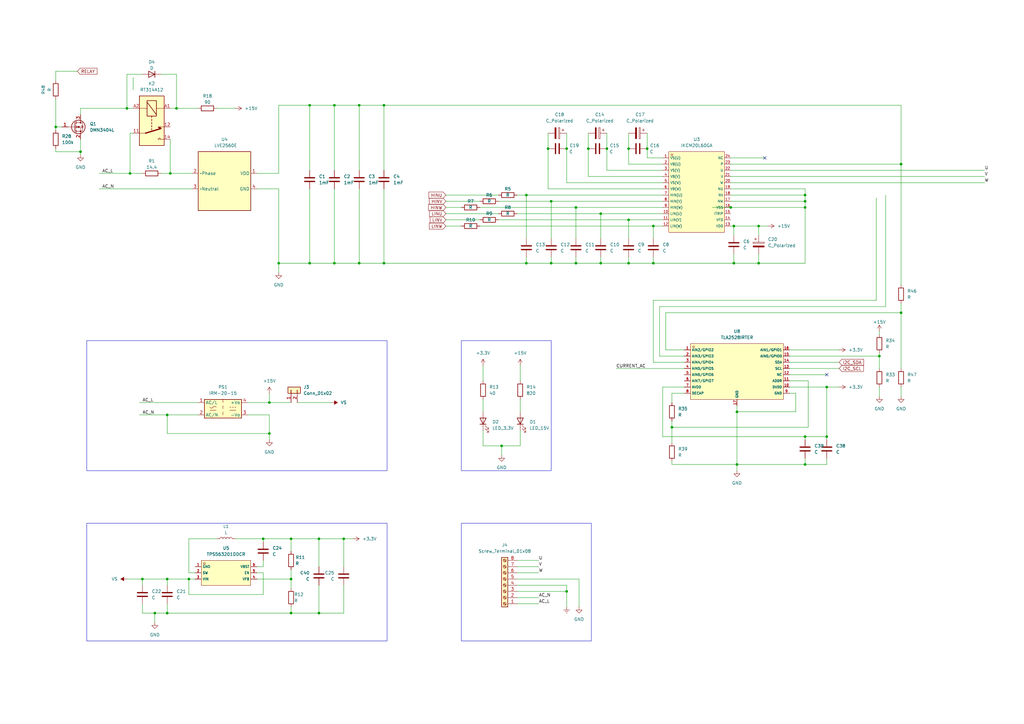
<source format=kicad_sch>
(kicad_sch (version 20230121) (generator eeschema)
  (paper "A3")
  (title_block (date "2023-11-04"))
  (lib_symbols
    (symbol "Connector:Screw_Terminal_01x08" (pin_names (offset 1.016) hide)
      (property "Reference" "J" (at 0 10.16 0))
      (property "Value" "Screw_Terminal_01x08" (at 0 -12.7 0))
      (symbol "Screw_Terminal_01x08_1_1"
        (rectangle (start -1.27 8.89) (end 1.27 -11.43) (stroke (width 0.254)) (fill (type background)))
        (circle (center 0 -10.16) (radius 0.635) (stroke (width 0.1524)))
        (circle (center 0 -7.62) (radius 0.635) (stroke (width 0.1524)))
        (circle (center 0 -5.08) (radius 0.635) (stroke (width 0.1524)))
        (circle (center 0 -2.54) (radius 0.635) (stroke (width 0.1524)))
        (polyline (pts (xy -0.5334 -9.8298) (xy 0.3302 -10.668)) (stroke (width 0.1524)))
        (polyline (pts (xy -0.5334 -7.2898) (xy 0.3302 -8.128)) (stroke (width 0.1524)))
        (polyline (pts (xy -0.5334 -4.7498) (xy 0.3302 -5.588)) (stroke (width 0.1524)))
        (polyline (pts (xy -0.5334 -2.2098) (xy 0.3302 -3.048)) (stroke (width 0.1524)))
        (polyline (pts (xy -0.5334 0.3302) (xy 0.3302 -0.508)) (stroke (width 0.1524)))
        (polyline (pts (xy -0.5334 2.8702) (xy 0.3302 2.032)) (stroke (width 0.1524)))
        (polyline (pts (xy -0.5334 5.4102) (xy 0.3302 4.572)) (stroke (width 0.1524)))
        (polyline (pts (xy -0.5334 7.9502) (xy 0.3302 7.112)) (stroke (width 0.1524)))
        (polyline (pts (xy -0.3556 -9.652) (xy 0.508 -10.4902)) (stroke (width 0.1524)))
        (polyline (pts (xy -0.3556 -7.112) (xy 0.508 -7.9502)) (stroke (width 0.1524)))
        (polyline (pts (xy -0.3556 -4.572) (xy 0.508 -5.4102)) (stroke (width 0.1524)))
        (polyline (pts (xy -0.3556 -2.032) (xy 0.508 -2.8702)) (stroke (width 0.1524)))
        (polyline (pts (xy -0.3556 0.508) (xy 0.508 -0.3302)) (stroke (width 0.1524)))
        (polyline (pts (xy -0.3556 3.048) (xy 0.508 2.2098)) (stroke (width 0.1524)))
        (polyline (pts (xy -0.3556 5.588) (xy 0.508 4.7498)) (stroke (width 0.1524)))
        (polyline (pts (xy -0.3556 8.128) (xy 0.508 7.2898)) (stroke (width 0.1524)))
        (circle (center 0 0) (radius 0.635) (stroke (width 0.1524)))
        (circle (center 0 2.54) (radius 0.635) (stroke (width 0.1524)))
        (circle (center 0 5.08) (radius 0.635) (stroke (width 0.1524)))
        (circle (center 0 7.62) (radius 0.635) (stroke (width 0.1524)))
        (pin passive line (at -5.08 7.62 0) (length 3.81) (name "Pin_1") (number "1"))
        (pin passive line (at -5.08 5.08 0) (length 3.81) (name "Pin_2") (number "2"))
        (pin passive line (at -5.08 2.54 0) (length 3.81) (name "Pin_3") (number "3"))
        (pin passive line (at -5.08 0 0) (length 3.81) (name "Pin_4") (number "4"))
        (pin passive line (at -5.08 -2.54 0) (length 3.81) (name "Pin_5") (number "5"))
        (pin passive line (at -5.08 -5.08 0) (length 3.81) (name "Pin_6") (number "6"))
        (pin passive line (at -5.08 -7.62 0) (length 3.81) (name "Pin_7") (number "7"))
        (pin passive line (at -5.08 -10.16 0) (length 3.81) (name "Pin_8") (number "8"))
      )
    )
    (symbol "Connector_Generic:Conn_01x02" (pin_names (offset 1.016) hide)
      (property "Reference" "J" (at 0 2.54 0))
      (property "Value" "Conn_01x02" (at 0 -5.08 0))
      (symbol "Conn_01x02_1_1"
        (rectangle (start -1.27 -2.413) (end 0 -2.667) (stroke (width 0.1524)))
        (rectangle (start -1.27 0.127) (end 0 -0.127) (stroke (width 0.1524)))
        (rectangle (start -1.27 1.27) (end 1.27 -3.81) (stroke (width 0.254)) (fill (type background)))
        (pin passive line (at -5.08 0 0) (length 3.81) (name "Pin_1") (number "1"))
        (pin passive line (at -5.08 -2.54 0) (length 3.81) (name "Pin_2") (number "2"))
      )
    )
    (symbol "Converter_ACDC:IRM-20-15"
      (property "Reference" "PS" (at 0 5.08 0))
      (property "Value" "IRM-20-15" (at 0 -5.08 0))
      (symbol "IRM-20-15_0_1"
        (rectangle (start -7.62 3.81) (end 7.62 -3.81) (stroke (width 0.254)) (fill (type background)))
        (arc (start -5.334 0.635) (mid -4.699 0.2495) (end -4.064 0.635))
        (arc (start -2.794 0.635) (mid -3.429 1.0072) (end -4.064 0.635))
        (polyline (pts (xy -5.334 -0.635) (xy -2.794 -0.635)))
        (polyline (pts (xy 0 -1.27) (xy 0 -2.54)))
        (polyline (pts (xy 0 1.27) (xy 0 0)))
        (polyline (pts (xy 0 3.81) (xy 0 2.54)))
        (polyline (pts (xy 2.794 -0.635) (xy 5.334 -0.635)))
        (polyline (pts (xy 2.794 0.635) (xy 3.302 0.635)))
        (polyline (pts (xy 3.81 0.635) (xy 4.318 0.635)))
        (polyline (pts (xy 4.826 0.635) (xy 5.334 0.635)))
      )
      (symbol "IRM-20-15_1_1"
        (pin power_in line (at -10.16 2.54 0) (length 2.54) (name "AC/L") (number "1"))
        (pin power_in line (at -10.16 -2.54 0) (length 2.54) (name "AC/N") (number "2"))
        (pin power_out line (at 10.16 -2.54 180) (length 2.54) (name "-Vo") (number "3"))
        (pin power_out line (at 10.16 2.54 180) (length 2.54) (name "+Vo") (number "4"))
      )
    )
    (symbol "Device:C" (pin_numbers hide) (pin_names (offset 0.254))
      (property "Reference" "C" (at 0.635 2.54 0))
      (property "Value" "C" (at 0.635 -2.54 0))
      (symbol "C_0_1"
        (polyline (pts (xy -2.032 -0.762) (xy 2.032 -0.762)) (stroke (width 0.508)))
        (polyline (pts (xy -2.032 0.762) (xy 2.032 0.762)) (stroke (width 0.508)))
      )
      (symbol "C_1_1"
        (pin passive line (at 0 3.81 270) (length 2.794) (name "~") (number "1"))
        (pin passive line (at 0 -3.81 90) (length 2.794) (name "~") (number "2"))
      )
    )
    (symbol "Device:C_Polarized" (pin_numbers hide) (pin_names (offset 0.254))
      (property "Reference" "C" (at 0.635 2.54 0))
      (property "Value" "C_Polarized" (at 0.635 -2.54 0))
      (symbol "C_Polarized_0_1"
        (rectangle (start -2.286 0.508) (end 2.286 1.016))
        (polyline (pts (xy -1.778 2.286) (xy -0.762 2.286)))
        (polyline (pts (xy -1.27 2.794) (xy -1.27 1.778)))
        (rectangle (start 2.286 -0.508) (end -2.286 -1.016) (fill (type outline)))
      )
      (symbol "C_Polarized_1_1"
        (pin passive line (at 0 3.81 270) (length 2.794) (name "~") (number "1"))
        (pin passive line (at 0 -3.81 90) (length 2.794) (name "~") (number "2"))
      )
    )
    (symbol "Device:D" (pin_numbers hide) (pin_names (offset 1.016) hide)
      (property "Reference" "D" (at 0 2.54 0))
      (property "Value" "D" (at 0 -2.54 0))
      (symbol "D_0_1"
        (polyline (pts (xy -1.27 1.27) (xy -1.27 -1.27)) (stroke (width 0.254)))
        (polyline (pts (xy 1.27 0) (xy -1.27 0)))
        (polyline (pts (xy 1.27 1.27) (xy 1.27 -1.27) (xy -1.27 0) (xy 1.27 1.27)) (stroke (width 0.254)))
      )
      (symbol "D_1_1"
        (pin passive line (at -3.81 0 0) (length 2.54) (name "K") (number "1"))
        (pin passive line (at 3.81 0 180) (length 2.54) (name "A") (number "2"))
      )
    )
    (symbol "Device:L" (pin_numbers hide) (pin_names (offset 1.016) hide)
      (property "Reference" "L" (at -1.27 0 90))
      (property "Value" "L" (at 1.905 0 90))
      (symbol "L_0_1"
        (arc (start 0 -2.54) (mid 0.6323 -1.905) (end 0 -1.27))
        (arc (start 0 -1.27) (mid 0.6323 -0.635) (end 0 0))
        (arc (start 0 0) (mid 0.6323 0.635) (end 0 1.27))
        (arc (start 0 1.27) (mid 0.6323 1.905) (end 0 2.54))
      )
      (symbol "L_1_1"
        (pin passive line (at 0 3.81 270) (length 1.27) (name "1") (number "1"))
        (pin passive line (at 0 -3.81 90) (length 1.27) (name "2") (number "2"))
      )
    )
    (symbol "Device:LED" (pin_numbers hide) (pin_names (offset 1.016) hide)
      (property "Reference" "D" (at 0 2.54 0))
      (property "Value" "LED" (at 0 -2.54 0))
      (symbol "LED_0_1"
        (polyline (pts (xy -1.27 -1.27) (xy -1.27 1.27)) (stroke (width 0.254)))
        (polyline (pts (xy -1.27 0) (xy 1.27 0)))
        (polyline (pts (xy 1.27 -1.27) (xy 1.27 1.27) (xy -1.27 0) (xy 1.27 -1.27)) (stroke (width 0.254)))
        (polyline (pts (xy -3.048 -0.762) (xy -4.572 -2.286) (xy -3.81 -2.286) (xy -4.572 -2.286) (xy -4.572 -1.524)))
        (polyline (pts (xy -1.778 -0.762) (xy -3.302 -2.286) (xy -2.54 -2.286) (xy -3.302 -2.286) (xy -3.302 -1.524)))
      )
      (symbol "LED_1_1"
        (pin passive line (at -3.81 0 0) (length 2.54) (name "K") (number "1"))
        (pin passive line (at 3.81 0 180) (length 2.54) (name "A") (number "2"))
      )
    )
    (symbol "Device:R" (pin_numbers hide) (pin_names (offset 0))
      (property "Reference" "R" (at 2.032 0 90))
      (property "Value" "R" (at 0 0 90))
      (symbol "R_0_1"
        (rectangle (start -1.016 -2.54) (end 1.016 2.54) (stroke (width 0.254)))
      )
      (symbol "R_1_1"
        (pin passive line (at 0 3.81 270) (length 1.27) (name "~") (number "1"))
        (pin passive line (at 0 -3.81 90) (length 1.27) (name "~") (number "2"))
      )
    )
    (symbol "IKCM20L60GA:IKCM20L60GA"
      (property "Reference" "U" (at 0 1.27 0))
      (property "Value" "IKCM20L60GA" (at 0 -2.54 0))
      (symbol "IKCM20L60GA_0_1"
        (rectangle (start -12.7 17.78) (end 10.16 -15.24) (fill (type background)))
        (circle (center -11.43 16.51) (radius 0.381) (fill (type background)))
        (pin unspecified line (at -15.24 15.24 0) (length 2.54) (name "VS(U)") (number "1"))
        (pin unspecified line (at -15.24 -7.62 0) (length 2.54) (name "LIN(U)") (number "10"))
        (pin unspecified line (at -15.24 -10.16 0) (length 2.54) (name "LIN(V)") (number "11"))
        (pin unspecified line (at -15.24 -12.7 0) (length 2.54) (name "LIN(W)") (number "12"))
        (pin unspecified line (at 12.7 -12.7 180) (length 2.54) (name "VDD") (number "13"))
        (pin unspecified line (at 12.7 -10.16 180) (length 2.54) (name "VFO") (number "14"))
        (pin unspecified line (at 12.7 -7.62 180) (length 2.54) (name "ITRIP") (number "15"))
        (pin unspecified line (at 12.7 -5.08 180) (length 2.54) (name "VSS") (number "16"))
        (pin unspecified line (at 12.7 -2.54 180) (length 2.54) (name "NW") (number "17"))
        (pin unspecified line (at 12.7 0 180) (length 2.54) (name "NV") (number "18"))
        (pin unspecified line (at 12.7 2.54 180) (length 2.54) (name "NU") (number "19"))
        (pin unspecified line (at -15.24 12.7 0) (length 2.54) (name "VB(U)") (number "2"))
        (pin unspecified line (at 12.7 5.08 180) (length 2.54) (name "W") (number "20"))
        (pin unspecified line (at 12.7 7.62 180) (length 2.54) (name "V") (number "21"))
        (pin unspecified line (at 12.7 10.16 180) (length 2.54) (name "U") (number "22"))
        (pin unspecified line (at 12.7 12.7 180) (length 2.54) (name "P") (number "23"))
        (pin unspecified line (at 12.7 15.24 180) (length 2.54) (name "NC") (number "24"))
        (pin unspecified line (at -15.24 10.16 0) (length 2.54) (name "VS(V)") (number "3"))
        (pin unspecified line (at -15.24 7.62 0) (length 2.54) (name "VB(V)") (number "4"))
        (pin unspecified line (at -15.24 5.08 0) (length 2.54) (name "VS(W)") (number "5"))
        (pin unspecified line (at -15.24 2.54 0) (length 2.54) (name "VB(W)") (number "6"))
        (pin unspecified line (at -15.24 0 0) (length 2.54) (name "HIN(U)") (number "7"))
        (pin unspecified line (at -15.24 -2.54 0) (length 2.54) (name "HIN(V)") (number "8"))
        (pin unspecified line (at -15.24 -5.08 0) (length 2.54) (name "HIN(W)") (number "9"))
      )
    )
    (symbol "LVE2560E:LVE2560E"
      (property "Reference" "U" (at 11.43 12.7 0))
      (property "Value" " LVE2560E" (at 3.81 -1.27 0))
      (symbol "LVE2560E_0_1"
        (rectangle (start 0 24.13) (end 21.59 0) (stroke (width 0.254)) (fill (type background)))
      )
      (symbol "LVE2560E_1_1"
        (pin power_out line (at 24.13 15.24 180) (length 2.54) (name "VDD") (number "1"))
        (pin power_in line (at -2.54 15.24 0) (length 2.54) (name "~Phase") (number "2"))
        (pin power_in line (at -2.54 8.89 0) (length 2.54) (name "~Neutral") (number "3"))
        (pin power_out line (at 24.13 8.89 180) (length 2.54) (name "GND") (number "4"))
      )
    )
    (symbol "Relay:RT314A12"
      (property "Reference" "K" (at 11.43 3.81 0))
      (property "Value" "RT314A12" (at 11.43 1.27 0))
      (symbol "RT314A12_0_0"
        (polyline (pts (xy -2.54 1.905) (xy -7.62 -1.905)) (stroke (width 0.254)))
      )
      (symbol "RT314A12_0_1"
        (rectangle (start -10.16 5.08) (end 10.16 -5.08) (stroke (width 0.254)) (fill (type background)))
        (rectangle (start -8.255 1.905) (end -1.905 -1.905) (stroke (width 0.254)))
        (polyline (pts (xy -5.08 -5.08) (xy -5.08 -1.905)))
        (polyline (pts (xy -5.08 5.08) (xy -5.08 1.905)))
        (polyline (pts (xy -1.905 0) (xy -1.27 0)) (stroke (width 0.254)))
        (polyline (pts (xy -0.635 0) (xy 0 0)) (stroke (width 0.254)))
        (polyline (pts (xy 0.635 0) (xy 1.27 0)) (stroke (width 0.254)))
        (polyline (pts (xy 1.905 0) (xy 2.54 0)) (stroke (width 0.254)))
        (polyline (pts (xy 3.175 0) (xy 3.81 0)) (stroke (width 0.254)))
        (polyline (pts (xy 5.08 -2.54) (xy 3.175 3.81)) (stroke (width 0.508)))
        (polyline (pts (xy 5.08 -2.54) (xy 5.08 -5.08)))
        (polyline (pts (xy 2.54 5.08) (xy 2.54 2.54) (xy 3.175 3.175) (xy 2.54 3.81)) (fill (type outline)))
        (polyline (pts (xy 7.62 5.08) (xy 7.62 2.54) (xy 6.985 3.175) (xy 7.62 3.81)))
      )
      (symbol "RT314A12_1_1"
        (pin passive line (at 5.08 -7.62 90) (length 2.54) (name "~") (number "11"))
        (pin passive line (at 2.54 7.62 270) (length 2.54) (name "~") (number "12"))
        (pin passive line (at 7.62 7.62 270) (length 2.54) (name "~") (number "14"))
        (pin passive line (at -5.08 7.62 270) (length 2.54) (name "~") (number "A1"))
        (pin passive line (at -5.08 -7.62 90) (length 2.54) (name "~") (number "A2"))
      )
    )
    (symbol "TLA2528IRTER:TLA2528IRTER"
      (property "Reference" "U" (at 0 1.27 0))
      (property "Value" "TLA2528IRTER" (at 0 -2.54 0))
      (symbol "TLA2528IRTER_0_1"
        (rectangle (start -19.05 12.7) (end 19.05 -10.16) (fill (type background)))
        (circle (center -17.78 11.43) (radius 0.381) (fill (type background)))
        (pin unspecified line (at -21.59 10.16 0) (length 2.54) (name "AIN2/GPIO2") (number "1"))
        (pin unspecified line (at 21.59 -5.08 180) (length 2.54) (name "DVDD") (number "10"))
        (pin unspecified line (at 21.59 -2.54 180) (length 2.54) (name "ADDR") (number "11"))
        (pin unspecified line (at 21.59 0 180) (length 2.54) (name "NC") (number "12"))
        (pin unspecified line (at 21.59 2.54 180) (length 2.54) (name "SCL") (number "13"))
        (pin unspecified line (at 21.59 5.08 180) (length 2.54) (name "SDA") (number "14"))
        (pin unspecified line (at 21.59 7.62 180) (length 2.54) (name "AIN0/GPIO0") (number "15"))
        (pin unspecified line (at 21.59 10.16 180) (length 2.54) (name "AIN1/GPIO1") (number "16"))
        (pin unspecified line (at 0 -12.7 90) (length 2.54) (name "GND") (number "17"))
        (pin unspecified line (at -21.59 7.62 0) (length 2.54) (name "AIN3/GPIO3") (number "2"))
        (pin unspecified line (at -21.59 5.08 0) (length 2.54) (name "AIN4/GPIO4") (number "3"))
        (pin unspecified line (at -21.59 2.54 0) (length 2.54) (name "AIN5/GPIO5") (number "4"))
        (pin unspecified line (at -21.59 0 0) (length 2.54) (name "AIN6/GPIO6") (number "5"))
        (pin unspecified line (at -21.59 -2.54 0) (length 2.54) (name "AIN7/GPIO7") (number "6"))
        (pin unspecified line (at -21.59 -5.08 0) (length 2.54) (name "AVDD") (number "7"))
        (pin unspecified line (at -21.59 -7.62 0) (length 2.54) (name "DECAP") (number "8"))
        (pin unspecified line (at 21.59 -7.62 180) (length 2.54) (name "GND") (number "9"))
      )
    )
    (symbol "TPS563201DDCR:TPS563201DDCR"
      (property "Reference" "U" (at 0 1.27 0))
      (property "Value" "TPS563201DDCR" (at 0 -2.54 0))
      (symbol "TPS563201DDCR_0_1"
        (rectangle (start -10.16 5.08) (end 10.16 -5.08) (fill (type background)))
        (circle (center -8.89 3.81) (radius 0.381) (fill (type background)))
        (pin unspecified line (at -12.7 2.54 0) (length 2.54) (name "GND") (number "1"))
        (pin unspecified line (at -12.7 0 0) (length 2.54) (name "SW") (number "2"))
        (pin unspecified line (at -12.7 -2.54 0) (length 2.54) (name "VIN") (number "3"))
        (pin unspecified line (at 12.7 -2.54 180) (length 2.54) (name "VFB") (number "4"))
        (pin unspecified line (at 12.7 0 180) (length 2.54) (name "EN") (number "5"))
        (pin unspecified line (at 12.7 2.54 180) (length 2.54) (name "VBST") (number "6"))
      )
    )
    (symbol "Transistor_FET:DMN3404L" (pin_names hide)
      (property "Reference" "Q" (at 5.08 1.905 0))
      (property "Value" "DMN3404L" (at 5.08 0 0))
      (symbol "DMN3404L_0_1"
        (polyline (pts (xy 0.254 0) (xy -2.54 0)))
        (polyline (pts (xy 0.254 1.905) (xy 0.254 -1.905)) (stroke (width 0.254)))
        (polyline (pts (xy 0.762 -1.27) (xy 0.762 -2.286)) (stroke (width 0.254)))
        (polyline (pts (xy 0.762 0.508) (xy 0.762 -0.508)) (stroke (width 0.254)))
        (polyline (pts (xy 0.762 2.286) (xy 0.762 1.27)) (stroke (width 0.254)))
        (polyline (pts (xy 2.54 2.54) (xy 2.54 1.778)))
        (polyline (pts (xy 2.54 -2.54) (xy 2.54 0) (xy 0.762 0)))
        (polyline (pts (xy 0.762 -1.778) (xy 3.302 -1.778) (xy 3.302 1.778) (xy 0.762 1.778)))
        (polyline (pts (xy 1.016 0) (xy 2.032 0.381) (xy 2.032 -0.381) (xy 1.016 0)) (fill (type outline)))
        (polyline (pts (xy 2.794 0.508) (xy 2.921 0.381) (xy 3.683 0.381) (xy 3.81 0.254)))
        (polyline (pts (xy 3.302 0.381) (xy 2.921 -0.254) (xy 3.683 -0.254) (xy 3.302 0.381)))
        (circle (center 1.651 0) (radius 2.794) (stroke (width 0.254)))
        (circle (center 2.54 -1.778) (radius 0.254) (fill (type outline)))
        (circle (center 2.54 1.778) (radius 0.254) (fill (type outline)))
      )
      (symbol "DMN3404L_1_1"
        (pin input line (at -5.08 0 0) (length 2.54) (name "G") (number "1"))
        (pin passive line (at 2.54 -5.08 90) (length 2.54) (name "S") (number "2"))
        (pin passive line (at 2.54 5.08 270) (length 2.54) (name "D") (number "3"))
      )
    )
    (symbol "power:+15V" (power) (pin_names (offset 0))
      (property "Value" "+15V" (at 0 3.556 0))
      (symbol "+15V_0_1"
        (polyline (pts (xy -0.762 1.27) (xy 0 2.54)))
        (polyline (pts (xy 0 0) (xy 0 2.54)))
        (polyline (pts (xy 0 2.54) (xy 0.762 1.27)))
      )
      (symbol "+15V_1_1"
        (pin power_in line (at 0 0 90) (length 0) hide (name "+15V") (number "1"))
      )
    )
    (symbol "power:+3.3V" (power) (pin_names (offset 0))
      (property "Value" "+3.3V" (at 0 3.556 0))
      (symbol "+3.3V_0_1"
        (polyline (pts (xy -0.762 1.27) (xy 0 2.54)))
        (polyline (pts (xy 0 0) (xy 0 2.54)))
        (polyline (pts (xy 0 2.54) (xy 0.762 1.27)))
      )
      (symbol "+3.3V_1_1"
        (pin power_in line (at 0 0 90) (length 0) hide (name "+3.3V") (number "1"))
      )
    )
    (symbol "power:Earth" (power) (pin_names (offset 0))
      (symbol "Earth_0_1"
        (polyline (pts (xy -0.635 -1.905) (xy 0.635 -1.905)))
        (polyline (pts (xy -0.127 -2.54) (xy 0.127 -2.54)))
        (polyline (pts (xy 0 -1.27) (xy 0 0)))
        (polyline (pts (xy 1.27 -1.27) (xy -1.27 -1.27)))
      )
      (symbol "Earth_1_1"
        (pin power_in line (at 0 0 270) (length 0) hide (name "Earth") (number "1"))
      )
    )
    (symbol "power:GND" (power) (pin_names (offset 0))
      (property "Value" "GND" (at 0 -3.81 0))
      (symbol "GND_0_1"
        (polyline (pts (xy 0 0) (xy 0 -1.27) (xy 1.27 -1.27) (xy 0 -2.54) (xy -1.27 -1.27) (xy 0 -1.27)))
      )
      (symbol "GND_1_1"
        (pin power_in line (at 0 0 270) (length 0) hide (name "GND") (number "1"))
      )
    )
    (symbol "power:VS" (power) (pin_names (offset 0))
      (property "Value" "VS" (at 0 3.81 0))
      (symbol "VS_0_1"
        (polyline (pts (xy 0 0) (xy 0 2.54)))
        (polyline (pts (xy 0.762 1.27) (xy -0.762 1.27) (xy 0 2.54) (xy 0.762 1.27)) (fill (type outline)))
      )
      (symbol "VS_1_1"
        (pin power_in line (at 0 0 90) (length 0) hide (name "VS") (number "1"))
      )
    )
  )
  (junction (at 22.86 52.07))
  (junction (at 300.99 107.95))
  (junction (at 311.15 92.71))
  (junction (at 107.95 220.98))
  (junction (at 157.48 107.95))
  (junction (at 114.3 107.95))
  (junction (at 241.3 60.96))
  (junction (at 330.2 82.55))
  (junction (at 119.38 237.49))
  (junction (at 339.09 158.75))
  (junction (at 232.41 60.96))
  (junction (at 267.97 92.71))
  (junction (at 299.72 85.09))
  (junction (at 226.06 107.95))
  (junction (at 330.2 80.01))
  (junction (at 130.81 220.98))
  (junction (at 130.81 251.46))
  (junction (at 257.81 107.95))
  (junction (at 72.39 44.45))
  (junction (at 236.22 85.09))
  (junction (at 77.47 237.49))
  (junction (at 68.58 170.18))
  (junction (at 226.06 82.55))
  (junction (at 330.2 179.07))
  (junction (at 140.97 220.98))
  (junction (at 224.79 60.96))
  (junction (at 157.48 43.18))
  (junction (at 257.81 60.96))
  (junction (at 267.97 107.95))
  (junction (at 339.09 179.07))
  (junction (at 147.32 43.18))
  (junction (at 68.58 251.46))
  (junction (at 369.57 67.31))
  (junction (at 246.38 87.63))
  (junction (at 119.38 220.98))
  (junction (at 302.26 168.91))
  (junction (at 68.58 237.49))
  (junction (at 137.16 43.18))
  (junction (at 330.2 190.5))
  (junction (at 127 107.95))
  (junction (at 369.57 128.27))
  (junction (at 311.15 107.95))
  (junction (at 52.07 44.45))
  (junction (at 257.81 90.17))
  (junction (at 58.42 237.49))
  (junction (at 248.92 60.96))
  (junction (at 110.49 165.1))
  (junction (at 300.99 92.71))
  (junction (at 236.22 107.95))
  (junction (at 147.32 107.95))
  (junction (at 302.26 190.5))
  (junction (at 33.02 62.23))
  (junction (at 246.38 107.95))
  (junction (at 110.49 177.8))
  (junction (at 275.59 175.26))
  (junction (at 215.9 107.95))
  (junction (at 205.74 182.88))
  (junction (at 137.16 107.95))
  (junction (at 232.41 242.57))
  (junction (at 119.38 251.46))
  (junction (at 63.5 251.46))
  (junction (at 53.34 71.12))
  (junction (at 127 43.18))
  (junction (at 215.9 80.01))
  (junction (at 330.2 85.09))
  (junction (at 360.68 146.05))
  (junction (at 69.85 71.12))
  (junction (at 265.43 60.96))
  (no_connect (at 339.09 153.67))
  (no_connect (at 313.69 64.77))
  (wire (pts (xy 323.85 153.67) (xy 339.09 153.67)))
  (wire (pts (xy 236.22 105.41) (xy 236.22 107.95)))
  (wire (pts (xy 330.2 179.07) (xy 330.2 180.34)))
  (wire (pts (xy 88.9 44.45) (xy 96.52 44.45)))
  (wire (pts (xy 119.38 220.98) (xy 119.38 226.06)))
  (wire (pts (xy 299.72 74.93) (xy 403.86 74.93)))
  (wire (pts (xy 54.61 36.83) (xy 54.61 31.75)))
  (wire (pts (xy 130.81 240.03) (xy 130.81 251.46)))
  (wire (pts (xy 215.9 80.01) (xy 271.78 80.01)))
  (wire (pts (xy 119.38 251.46) (xy 119.38 248.92)))
  (wire (pts (xy 311.15 104.14) (xy 311.15 107.95)))
  (wire (pts (xy 22.86 52.07) (xy 25.4 52.07)))
  (wire (pts (xy 360.68 158.75) (xy 360.68 162.56)))
  (wire (pts (xy 137.16 77.47) (xy 137.16 107.95)))
  (wire (pts (xy 22.86 29.21) (xy 31.75 29.21)))
  (wire (pts (xy 330.2 85.09) (xy 330.2 82.55)))
  (wire (pts (xy 246.38 107.95) (xy 257.81 107.95)))
  (wire (pts (xy 157.48 77.47) (xy 157.48 107.95)))
  (wire (pts (xy 267.97 105.41) (xy 267.97 107.95)))
  (wire (pts (xy 58.42 240.03) (xy 58.42 237.49)))
  (wire (pts (xy 137.16 43.18) (xy 147.32 43.18)))
  (wire (pts (xy 22.86 40.64) (xy 22.86 52.07)))
  (wire (pts (xy 182.88 92.71) (xy 189.23 92.71)))
  (wire (pts (xy 63.5 251.46) (xy 63.5 255.27)))
  (wire (pts (xy 299.72 67.31) (xy 369.57 67.31)))
  (wire (pts (xy 275.59 175.26) (xy 331.47 175.26)))
  (wire (pts (xy 212.09 87.63) (xy 246.38 87.63)))
  (wire (pts (xy 280.67 146.05) (xy 270.51 146.05)))
  (wire (pts (xy 147.32 77.47) (xy 147.32 107.95)))
  (wire (pts (xy 119.38 251.46) (xy 130.81 251.46)))
  (wire (pts (xy 300.99 107.95) (xy 311.15 107.95)))
  (wire (pts (xy 267.97 123.19) (xy 359.41 123.19)))
  (wire (pts (xy 302.26 190.5) (xy 330.2 190.5)))
  (wire (pts (xy 275.59 165.1) (xy 275.59 161.29)))
  (wire (pts (xy 314.96 92.71) (xy 311.15 92.71)))
  (wire (pts (xy 114.3 111.76) (xy 114.3 107.95)))
  (wire (pts (xy 237.49 237.49) (xy 237.49 248.92)))
  (wire (pts (xy 330.2 85.09) (xy 330.2 107.95)))
  (wire (pts (xy 157.48 43.18) (xy 157.48 69.85)))
  (wire (pts (xy 330.2 82.55) (xy 330.2 80.01)))
  (wire (pts (xy 182.88 90.17) (xy 196.85 90.17)))
  (wire (pts (xy 107.95 220.98) (xy 119.38 220.98)))
  (wire (pts (xy 300.99 92.71) (xy 300.99 96.52)))
  (wire (pts (xy 127 43.18) (xy 127 69.85)))
  (wire (pts (xy 257.81 67.31) (xy 271.78 67.31)))
  (wire (pts (xy 360.68 146.05) (xy 360.68 151.13)))
  (wire (pts (xy 265.43 60.96) (xy 265.43 64.77)))
  (wire (pts (xy 130.81 220.98) (xy 140.97 220.98)))
  (wire (pts (xy 105.41 232.41) (xy 107.95 232.41)))
  (wire (pts (xy 22.86 33.02) (xy 22.86 29.21)))
  (wire (pts (xy 300.99 104.14) (xy 300.99 107.95)))
  (wire (pts (xy 107.95 243.84) (xy 107.95 234.95)))
  (wire (pts (xy 300.99 92.71) (xy 311.15 92.71)))
  (wire (pts (xy 107.95 232.41) (xy 107.95 229.87)))
  (wire (pts (xy 241.3 54.61) (xy 241.3 60.96)))
  (wire (pts (xy 302.26 168.91) (xy 302.26 190.5)))
  (wire (pts (xy 53.34 71.12) (xy 58.42 71.12)))
  (wire (pts (xy 110.49 161.29) (xy 110.49 165.1)))
  (wire (pts (xy 241.3 60.96) (xy 241.3 72.39)))
  (wire (pts (xy 77.47 237.49) (xy 80.01 237.49)))
  (wire (pts (xy 22.86 62.23) (xy 22.86 60.96)))
  (wire (pts (xy 267.97 107.95) (xy 300.99 107.95)))
  (wire (pts (xy 360.68 135.89) (xy 360.68 137.16)))
  (wire (pts (xy 271.78 74.93) (xy 232.41 74.93)))
  (wire (pts (xy 110.49 165.1) (xy 101.6 165.1)))
  (wire (pts (xy 33.02 57.15) (xy 33.02 62.23)))
  (wire (pts (xy 77.47 237.49) (xy 77.47 243.84)))
  (wire (pts (xy 212.09 247.65) (xy 220.98 247.65)))
  (wire (pts (xy 130.81 220.98) (xy 130.81 232.41)))
  (wire (pts (xy 339.09 158.75) (xy 344.17 158.75)))
  (wire (pts (xy 339.09 179.07) (xy 339.09 158.75)))
  (wire (pts (xy 267.97 92.71) (xy 271.78 92.71)))
  (wire (pts (xy 212.09 237.49) (xy 237.49 237.49)))
  (wire (pts (xy 299.72 80.01) (xy 330.2 80.01)))
  (wire (pts (xy 299.72 77.47) (xy 330.2 77.47)))
  (wire (pts (xy 257.81 60.96) (xy 257.81 54.61)))
  (wire (pts (xy 72.39 44.45) (xy 81.28 44.45)))
  (wire (pts (xy 182.88 87.63) (xy 204.47 87.63)))
  (wire (pts (xy 330.2 80.01) (xy 330.2 77.47)))
  (wire (pts (xy 299.72 92.71) (xy 300.99 92.71)))
  (wire (pts (xy 212.09 232.41) (xy 220.98 232.41)))
  (wire (pts (xy 137.16 43.18) (xy 137.16 69.85)))
  (wire (pts (xy 52.07 44.45) (xy 33.02 44.45)))
  (wire (pts (xy 232.41 60.96) (xy 232.41 54.61)))
  (wire (pts (xy 40.64 71.12) (xy 53.34 71.12)))
  (wire (pts (xy 323.85 158.75) (xy 339.09 158.75)))
  (wire (pts (xy 205.74 182.88) (xy 213.36 182.88)))
  (wire (pts (xy 110.49 170.18) (xy 101.6 170.18)))
  (wire (pts (xy 157.48 107.95) (xy 215.9 107.95)))
  (wire (pts (xy 257.81 90.17) (xy 271.78 90.17)))
  (wire (pts (xy 226.06 105.41) (xy 226.06 107.95)))
  (wire (pts (xy 204.47 82.55) (xy 226.06 82.55)))
  (wire (pts (xy 326.39 161.29) (xy 326.39 168.91)))
  (wire (pts (xy 232.41 242.57) (xy 232.41 240.03)))
  (wire (pts (xy 68.58 251.46) (xy 119.38 251.46)))
  (wire (pts (xy 107.95 222.25) (xy 107.95 220.98)))
  (wire (pts (xy 323.85 148.59) (xy 344.17 148.59)))
  (wire (pts (xy 52.07 44.45) (xy 52.07 30.48)))
  (wire (pts (xy 236.22 85.09) (xy 236.22 97.79)))
  (wire (pts (xy 212.09 234.95) (xy 220.98 234.95)))
  (wire (pts (xy 330.2 179.07) (xy 339.09 179.07)))
  (wire (pts (xy 267.97 148.59) (xy 267.97 123.19)))
  (wire (pts (xy 224.79 60.96) (xy 224.79 54.61)))
  (wire (pts (xy 114.3 43.18) (xy 127 43.18)))
  (wire (pts (xy 330.2 187.96) (xy 330.2 190.5)))
  (wire (pts (xy 360.68 144.78) (xy 360.68 146.05)))
  (wire (pts (xy 182.88 85.09) (xy 189.23 85.09)))
  (wire (pts (xy 114.3 71.12) (xy 105.41 71.12)))
  (wire (pts (xy 58.42 251.46) (xy 63.5 251.46)))
  (wire (pts (xy 323.85 151.13) (xy 344.17 151.13)))
  (wire (pts (xy 232.41 74.93) (xy 232.41 60.96)))
  (wire (pts (xy 119.38 233.68) (xy 119.38 237.49)))
  (wire (pts (xy 213.36 182.88) (xy 213.36 176.53)))
  (wire (pts (xy 147.32 107.95) (xy 157.48 107.95)))
  (wire (pts (xy 147.32 43.18) (xy 147.32 69.85)))
  (wire (pts (xy 302.26 166.37) (xy 302.26 168.91)))
  (wire (pts (xy 339.09 190.5) (xy 330.2 190.5)))
  (wire (pts (xy 40.64 77.47) (xy 78.74 77.47)))
  (wire (pts (xy 198.12 176.53) (xy 198.12 182.88)))
  (wire (pts (xy 265.43 54.61) (xy 265.43 60.96)))
  (wire (pts (xy 96.52 220.98) (xy 107.95 220.98)))
  (wire (pts (xy 302.26 193.04) (xy 302.26 190.5)))
  (wire (pts (xy 271.78 179.07) (xy 330.2 179.07)))
  (wire (pts (xy 369.57 128.27) (xy 369.57 124.46)))
  (wire (pts (xy 224.79 77.47) (xy 224.79 60.96)))
  (wire (pts (xy 69.85 57.15) (xy 69.85 71.12)))
  (wire (pts (xy 33.02 62.23) (xy 33.02 63.5)))
  (wire (pts (xy 273.05 143.51) (xy 280.67 143.51)))
  (wire (pts (xy 257.81 107.95) (xy 267.97 107.95)))
  (wire (pts (xy 212.09 229.87) (xy 220.98 229.87)))
  (wire (pts (xy 273.05 128.27) (xy 273.05 143.51)))
  (wire (pts (xy 58.42 251.46) (xy 58.42 247.65)))
  (wire (pts (xy 299.72 72.39) (xy 403.86 72.39)))
  (wire (pts (xy 140.97 251.46) (xy 140.97 240.03)))
  (wire (pts (xy 280.67 148.59) (xy 267.97 148.59)))
  (wire (pts (xy 359.41 81.28) (xy 359.41 123.19)))
  (wire (pts (xy 119.38 220.98) (xy 130.81 220.98)))
  (wire (pts (xy 299.72 82.55) (xy 330.2 82.55)))
  (wire (pts (xy 110.49 177.8) (xy 110.49 180.34)))
  (wire (pts (xy 68.58 251.46) (xy 68.58 247.65)))
  (wire (pts (xy 52.07 237.49) (xy 58.42 237.49)))
  (wire (pts (xy 198.12 182.88) (xy 205.74 182.88)))
  (wire (pts (xy 267.97 92.71) (xy 267.97 97.79)))
  (wire (pts (xy 212.09 240.03) (xy 232.41 240.03)))
  (wire (pts (xy 215.9 80.01) (xy 215.9 97.79)))
  (wire (pts (xy 114.3 77.47) (xy 114.3 107.95)))
  (wire (pts (xy 248.92 69.85) (xy 271.78 69.85)))
  (wire (pts (xy 77.47 234.95) (xy 80.01 234.95)))
  (wire (pts (xy 157.48 43.18) (xy 369.57 43.18)))
  (wire (pts (xy 204.47 90.17) (xy 257.81 90.17)))
  (wire (pts (xy 212.09 245.11) (xy 220.98 245.11)))
  (wire (pts (xy 369.57 158.75) (xy 369.57 162.56)))
  (wire (pts (xy 236.22 85.09) (xy 271.78 85.09)))
  (wire (pts (xy 58.42 237.49) (xy 68.58 237.49)))
  (wire (pts (xy 127 43.18) (xy 137.16 43.18)))
  (wire (pts (xy 33.02 44.45) (xy 33.02 46.99)))
  (wire (pts (xy 52.07 44.45) (xy 54.61 44.45)))
  (wire (pts (xy 331.47 156.21) (xy 331.47 175.26)))
  (wire (pts (xy 265.43 64.77) (xy 271.78 64.77)))
  (wire (pts (xy 271.78 158.75) (xy 271.78 179.07)))
  (wire (pts (xy 68.58 177.8) (xy 110.49 177.8)))
  (wire (pts (xy 257.81 67.31) (xy 257.81 60.96)))
  (wire (pts (xy 257.81 105.41) (xy 257.81 107.95)))
  (wire (pts (xy 232.41 248.92) (xy 232.41 242.57)))
  (wire (pts (xy 339.09 179.07) (xy 339.09 180.34)))
  (wire (pts (xy 22.86 52.07) (xy 22.86 53.34)))
  (wire (pts (xy 292.1 85.09) (xy 299.72 85.09)))
  (wire (pts (xy 196.85 92.71) (xy 267.97 92.71)))
  (wire (pts (xy 63.5 251.46) (xy 68.58 251.46)))
  (wire (pts (xy 302.26 168.91) (xy 326.39 168.91)))
  (wire (pts (xy 246.38 87.63) (xy 246.38 97.79)))
  (wire (pts (xy 198.12 163.83) (xy 198.12 168.91)))
  (wire (pts (xy 121.92 165.1) (xy 135.89 165.1)))
  (wire (pts (xy 52.07 30.48) (xy 58.42 30.48)))
  (wire (pts (xy 77.47 234.95) (xy 77.47 220.98)))
  (wire (pts (xy 246.38 105.41) (xy 246.38 107.95)))
  (wire (pts (xy 22.86 62.23) (xy 33.02 62.23)))
  (wire (pts (xy 226.06 82.55) (xy 271.78 82.55)))
  (wire (pts (xy 68.58 170.18) (xy 68.58 177.8)))
  (wire (pts (xy 215.9 107.95) (xy 226.06 107.95)))
  (wire (pts (xy 110.49 177.8) (xy 110.49 170.18)))
  (wire (pts (xy 130.81 251.46) (xy 140.97 251.46)))
  (wire (pts (xy 119.38 241.3) (xy 119.38 237.49)))
  (wire (pts (xy 369.57 43.18) (xy 369.57 67.31)))
  (wire (pts (xy 182.88 82.55) (xy 196.85 82.55)))
  (wire (pts (xy 81.28 170.18) (xy 68.58 170.18)))
  (wire (pts (xy 323.85 156.21) (xy 331.47 156.21)))
  (wire (pts (xy 226.06 107.95) (xy 236.22 107.95)))
  (wire (pts (xy 369.57 128.27) (xy 369.57 151.13)))
  (wire (pts (xy 53.34 54.61) (xy 54.61 54.61)))
  (wire (pts (xy 107.95 234.95) (xy 105.41 234.95)))
  (wire (pts (xy 137.16 107.95) (xy 147.32 107.95)))
  (wire (pts (xy 257.81 90.17) (xy 257.81 97.79)))
  (wire (pts (xy 57.15 165.1) (xy 81.28 165.1)))
  (wire (pts (xy 323.85 146.05) (xy 360.68 146.05)))
  (wire (pts (xy 248.92 60.96) (xy 248.92 69.85)))
  (wire (pts (xy 311.15 107.95) (xy 330.2 107.95)))
  (wire (pts (xy 69.85 44.45) (xy 72.39 44.45)))
  (wire (pts (xy 339.09 190.5) (xy 339.09 187.96)))
  (wire (pts (xy 213.36 149.86) (xy 213.36 156.21)))
  (wire (pts (xy 66.04 71.12) (xy 69.85 71.12)))
  (wire (pts (xy 140.97 220.98) (xy 140.97 232.41)))
  (wire (pts (xy 127 77.47) (xy 127 107.95)))
  (wire (pts (xy 248.92 54.61) (xy 248.92 60.96)))
  (wire (pts (xy 72.39 30.48) (xy 72.39 44.45)))
  (wire (pts (xy 205.74 182.88) (xy 205.74 186.69)))
  (wire (pts (xy 110.49 165.1) (xy 119.38 165.1)))
  (wire (pts (xy 363.22 80.01) (xy 363.22 125.73)))
  (wire (pts (xy 275.59 175.26) (xy 275.59 172.72)))
  (wire (pts (xy 114.3 77.47) (xy 105.41 77.47)))
  (wire (pts (xy 196.85 85.09) (xy 236.22 85.09)))
  (wire (pts (xy 140.97 220.98) (xy 144.78 220.98)))
  (wire (pts (xy 280.67 158.75) (xy 271.78 158.75)))
  (wire (pts (xy 236.22 107.95) (xy 246.38 107.95)))
  (wire (pts (xy 215.9 105.41) (xy 215.9 107.95)))
  (wire (pts (xy 270.51 146.05) (xy 270.51 125.73)))
  (wire (pts (xy 77.47 220.98) (xy 88.9 220.98)))
  (wire (pts (xy 147.32 43.18) (xy 157.48 43.18)))
  (wire (pts (xy 275.59 181.61) (xy 275.59 175.26)))
  (wire (pts (xy 246.38 87.63) (xy 271.78 87.63)))
  (wire (pts (xy 299.72 69.85) (xy 403.86 69.85)))
  (wire (pts (xy 105.41 237.49) (xy 119.38 237.49)))
  (wire (pts (xy 241.3 72.39) (xy 271.78 72.39)))
  (wire (pts (xy 198.12 149.86) (xy 198.12 156.21)))
  (wire (pts (xy 213.36 163.83) (xy 213.36 168.91)))
  (wire (pts (xy 271.78 77.47) (xy 224.79 77.47)))
  (wire (pts (xy 68.58 240.03) (xy 68.58 237.49)))
  (wire (pts (xy 212.09 80.01) (xy 215.9 80.01)))
  (wire (pts (xy 69.85 71.12) (xy 78.74 71.12)))
  (wire (pts (xy 323.85 161.29) (xy 326.39 161.29)))
  (wire (pts (xy 66.04 30.48) (xy 72.39 30.48)))
  (wire (pts (xy 299.72 85.09) (xy 330.2 85.09)))
  (wire (pts (xy 182.88 80.01) (xy 204.47 80.01)))
  (wire (pts (xy 127 107.95) (xy 137.16 107.95)))
  (wire (pts (xy 369.57 116.84) (xy 369.57 67.31)))
  (wire (pts (xy 68.58 237.49) (xy 77.47 237.49)))
  (wire (pts (xy 273.05 128.27) (xy 369.57 128.27)))
  (wire (pts (xy 275.59 161.29) (xy 280.67 161.29)))
  (wire (pts (xy 299.72 64.77) (xy 313.69 64.77)))
  (wire (pts (xy 275.59 190.5) (xy 275.59 189.23)))
  (wire (pts (xy 270.51 125.73) (xy 363.22 125.73)))
  (wire (pts (xy 302.26 190.5) (xy 275.59 190.5)))
  (wire (pts (xy 114.3 107.95) (xy 127 107.95)))
  (wire (pts (xy 77.47 243.84) (xy 107.95 243.84)))
  (wire (pts (xy 311.15 92.71) (xy 311.15 96.52)))
  (wire (pts (xy 252.73 151.13) (xy 280.67 151.13)))
  (wire (pts (xy 114.3 43.18) (xy 114.3 71.12)))
  (wire (pts (xy 57.15 170.18) (xy 68.58 170.18)))
  (wire (pts (xy 226.06 82.55) (xy 226.06 97.79)))
  (wire (pts (xy 323.85 143.51) (xy 344.17 143.51)))
  (wire (pts (xy 212.09 242.57) (xy 232.41 242.57)))
  (wire (pts (xy 53.34 54.61) (xy 53.34 71.12)))
  (rectangle (start 189.23 139.7) (end 226.06 193.04))
  (rectangle (start 35.56 214.63) (end 158.75 262.89))
  (rectangle (start 35.56 139.7) (end 158.75 193.04))
  (rectangle (start 189.23 214.63) (end 242.57 262.89))
  (label "W" (at 403.86 74.93 0))
  (label "CURRENT_AC" (at 252.73 151.13 0))
  (label "AC_N" (at 220.98 245.11 0))
  (label "V" (at 220.98 232.41 0))
  (label "W" (at 220.98 234.95 0))
  (label "AC_L" (at 220.98 247.65 0))
  (label "U" (at 403.86 69.85 0))
  (label "V" (at 403.86 72.39 0))
  (label "AC_N" (at 58.42 170.18 0))
  (label "U" (at 220.98 229.87 0))
  (label "AC_L" (at 58.42 165.1 0))
  (label "AC_L" (at 41.91 71.12 0))
  (label "AC_N" (at 41.91 77.47 0))
  (global_label "HINW" (shape input) (at 182.88 85.09 180) (property "Intersheetrefs" "${INTERSHEET_REFS}" (effects hide)))
  (global_label "I2C_SDA" (shape input) (at 344.17 148.59 0) (property "Intersheetrefs" "${INTERSHEET_REFS}" (effects hide)))
  (global_label "HINU" (shape input) (at 182.88 80.01 180) (property "Intersheetrefs" "${INTERSHEET_REFS}" (effects hide)))
  (global_label "LINW" (shape input) (at 182.88 92.71 180) (property "Intersheetrefs" "${INTERSHEET_REFS}" (effects hide)))
  (global_label "I2C_SCL" (shape input) (at 344.17 151.13 0) (property "Intersheetrefs" "${INTERSHEET_REFS}" (effects hide)))
  (global_label "LINV" (shape input) (at 182.88 90.17 180) (property "Intersheetrefs" "${INTERSHEET_REFS}" (effects hide)))
  (global_label "RELAY" (shape input) (at 31.75 29.21 0) (property "Intersheetrefs" "${INTERSHEET_REFS}" (effects hide)))
  (global_label "LINU" (shape input) (at 182.88 87.63 180) (property "Intersheetrefs" "${INTERSHEET_REFS}" (effects hide)))
  (global_label "HINV" (shape input) (at 182.88 82.55 180) (property "Intersheetrefs" "${INTERSHEET_REFS}" (effects hide)))
  (symbol (lib_id "Device:R") (at 22.86 57.15 0) (unit 1)
    (property "Reference" "R28" (at 25.4 55.88 0) (effects (justify left)))
    (property "Value" "100k" (at 25.4 58.42 0) (effects (justify left)))
  )
  (symbol (lib_id "power:GND") (at 114.3 111.76 0) (unit 1)
    (property "Reference" "#PWR01" (effects hide))
    (property "Value" "GND" (at 114.3 116.84 0))
  )
  (symbol (lib_id "Device:L") (at 92.71 220.98 90) (unit 1)
    (property "Reference" "L1" (at 92.71 215.9 90))
    (property "Value" "L" (at 92.71 218.44 90))
  )
  (symbol (lib_id "Device:C_Polarized") (at 261.62 54.61 270) (unit 1)
    (property "Reference" "C17" (at 262.509 46.99 90))
    (property "Value" "C_Polarized" (at 262.509 49.53 90))
  )
  (symbol (lib_id "power:+3.3V") (at 344.17 143.51 270) (unit 1)
    (property "Reference" "#PWR044" (effects hide))
    (property "Value" "+3.3V" (at 347.98 143.51 90) (effects (justify left)))
  )
  (symbol (lib_id "TLA2528IRTER:TLA2528IRTER") (at 302.26 153.67 0) (unit 1)
    (property "Reference" "U8" (at 302.26 135.89 0))
    (property "Value" "TLA2528IRTER" (at 302.26 138.43 0))
    (property "Footprint" "footprint:WQFN-16_L3.0-W3.0-P0.50-TL-EP1.7" (effects hide))
    (property "Datasheet" "https://www.ti.com/lit/ds/symlink/tlv9064.pdf?ts=1642665438431&ref_url=https%253A%252F%252Fcn.bing.com%252F" (effects hide))
    (property "LCSC" "C2866175" (effects hide))
  )
  (symbol (lib_id "Converter_ACDC:IRM-20-15") (at 91.44 167.64 0) (unit 1)
    (property "Reference" "PS1" (at 91.44 158.75 0))
    (property "Value" "IRM-20-15" (at 91.44 161.29 0))
    (property "Footprint" "Converter_ACDC:Converter_ACDC_MeanWell_IRM-20-xx_THT" (effects hide))
    (property "Datasheet" "http://www.meanwell.com/Upload/PDF/IRM-20/IRM-20-SPEC.PDF" (effects hide))
  )
  (symbol (lib_id "Device:C") (at 130.81 236.22 0) (mirror y) (unit 1)
    (property "Reference" "C40" (at 127 234.95 0) (effects (justify left)))
    (property "Value" "C" (at 127 237.49 0) (effects (justify left)))
  )
  (symbol (lib_id "power:GND") (at 205.74 186.69 0) (unit 1)
    (property "Reference" "#PWR06" (effects hide))
    (property "Value" "GND" (at 205.74 191.77 0))
    (instances (project "MecProInverter" (path "" (reference "#PWR06") (unit 1)) (path "" (reference "#PWR07") (unit 1))))
  )
  (symbol (lib_id "Device:C") (at 300.99 100.33 0) (unit 1)
    (property "Reference" "C6" (at 304.8 99.06 0) (effects (justify left)))
    (property "Value" "C" (at 304.8 101.6 0) (effects (justify left)))
  )
  (symbol (lib_id "Device:C") (at 339.09 184.15 180) (unit 1)
    (property "Reference" "C38" (at 342.9 182.88 0) (effects (justify right)))
    (property "Value" "C" (at 342.9 185.42 0) (effects (justify right)))
  )
  (symbol (lib_id "Device:R") (at 22.86 36.83 180) (unit 1)
    (property "Reference" "R48" (at 17.78 36.83 90))
    (property "Value" "R" (at 20.32 36.83 90))
  )
  (symbol (lib_id "power:GND") (at 237.49 248.92 0) (unit 1)
    (property "Reference" "#PWR043" (effects hide))
    (property "Value" "GND" (at 237.49 254 0))
  )
  (symbol (lib_id "power:VS") (at 135.89 165.1 270) (unit 1)
    (property "Reference" "#PWR020" (effects hide))
    (property "Value" "VS" (at 139.7 165.1 90) (effects (justify left)))
  )
  (symbol (lib_id "power:GND") (at 33.02 63.5 0) (unit 1)
    (property "Reference" "#PWR022" (effects hide))
    (property "Value" "GND" (at 33.02 68.58 0))
  )
  (symbol (lib_id "Device:C") (at 245.11 60.96 90) (unit 1)
    (property "Reference" "C15" (at 254 59.69 90) (effects (justify left)))
    (property "Value" "C" (at 251.46 62.23 90) (effects (justify left)))
  )
  (symbol (lib_id "Device:C") (at 261.62 60.96 90) (unit 1)
    (property "Reference" "C16" (at 270.51 59.69 90) (effects (justify left)))
    (property "Value" "C" (at 267.97 62.23 90) (effects (justify left)))
  )
  (symbol (lib_id "power:+3.3V") (at 198.12 149.86 0) (unit 1)
    (property "Reference" "#PWR07" (effects hide))
    (property "Value" "+3.3V" (at 198.12 144.78 0))
    (instances (project "MecProInverter" (path "" (reference "#PWR07") (unit 1)) (path "" (reference "#PWR06") (unit 1))))
  )
  (symbol (lib_id "Relay:RT314A12") (at 62.23 49.53 270) (unit 1)
    (property "Reference" "K2" (at 62.23 34.29 90))
    (property "Value" "RT314A12" (at 62.23 36.83 90))
    (property "Footprint" "Relay_THT:Relay_SPDT_Schrack-RT1-16A-FormC_RM5mm" (effects hide))
    (property "Datasheet" "https://www.te.com/commerce/DocumentDelivery/DDEController?Action=srchrtrv&DocNm=RT1_bistable&DocType=DS&DocLang=English" (effects hide))
  )
  (symbol (lib_id "Device:R") (at 85.09 44.45 90) (unit 1)
    (property "Reference" "R18" (at 85.09 39.37 90))
    (property "Value" "90" (at 85.09 41.91 90))
  )
  (symbol (lib_id "Device:C_Polarized") (at 228.6 54.61 270) (unit 1)
    (property "Reference" "C18" (at 229.489 46.99 90))
    (property "Value" "C_Polarized" (at 229.489 49.53 90))
  )
  (symbol (lib_id "Device:C") (at 228.6 60.96 90) (unit 1)
    (property "Reference" "C19" (at 237.49 59.69 90) (effects (justify left)))
    (property "Value" "C" (at 234.95 62.23 90) (effects (justify left)))
  )
  (symbol (lib_id "TPS563201DDCR:TPS563201DDCR") (at 92.71 234.95 0) (unit 1)
    (property "Reference" "U5" (at 92.71 224.79 0))
    (property "Value" "TPS563201DDCR" (at 92.71 227.33 0))
    (property "Footprint" "footprint:SOT-23-6_L2.9-W1.6-P0.95-LS2.8-BL" (effects hide))
    (property "Datasheet" "https://item.szlcsc.com/169042.html" (effects hide))
    (property "LCSC" "C116592" (effects hide))
  )
  (symbol (lib_id "Device:C") (at 236.22 101.6 0) (unit 1)
    (property "Reference" "C11" (at 240.03 100.33 0) (effects (justify left)))
    (property "Value" "C" (at 240.03 102.87 0) (effects (justify left)))
  )
  (symbol (lib_id "Transistor_FET:DMN3404L") (at 30.48 52.07 0) (unit 1)
    (property "Reference" "Q1" (at 36.83 50.8 0) (effects (justify left)))
    (property "Value" "DMN3404L" (at 36.83 53.34 0) (effects (justify left)))
    (property "Footprint" "Package_TO_SOT_SMD:SOT-23" (effects hide))
    (property "Datasheet" "http://www.diodes.com/assets/Datasheets/ds31787.pdf" (effects hide))
  )
  (symbol (lib_id "Device:R") (at 369.57 120.65 0) (unit 1)
    (property "Reference" "R46" (at 372.11 119.38 0) (effects (justify left)))
    (property "Value" "R" (at 372.11 121.92 0) (effects (justify left)))
  )
  (symbol (lib_id "Device:R") (at 275.59 168.91 0) (unit 1)
    (property "Reference" "R35" (at 278.13 167.64 0) (effects (justify left)))
    (property "Value" "R" (at 278.13 170.18 0) (effects (justify left)))
  )
  (symbol (lib_id "Device:C") (at 137.16 73.66 0) (unit 1)
    (property "Reference" "C2" (at 140.97 72.39 0) (effects (justify left)))
    (property "Value" "1mF" (at 140.97 74.93 0) (effects (justify left)))
  )
  (symbol (lib_id "Device:R") (at 119.38 229.87 180) (unit 1)
    (property "Reference" "R11" (at 123.19 228.6 0))
    (property "Value" "R" (at 121.92 231.14 0))
  )
  (symbol (lib_id "LVE2560E:LVE2560E") (at 81.28 86.36 0) (unit 1)
    (property "Reference" "U4" (at 92.075 57.15 0))
    (property "Value" " LVE2560E" (at 92.075 59.69 0))
  )
  (symbol (lib_id "power:VS") (at 52.07 237.49 90) (unit 1)
    (property "Reference" "#PWR05" (effects hide))
    (property "Value" "VS" (at 48.26 237.49 90) (effects (justify left)))
  )
  (symbol (lib_id "Device:R") (at 369.57 154.94 0) (unit 1)
    (property "Reference" "R47" (at 372.11 153.67 0) (effects (justify left)))
    (property "Value" "R" (at 372.11 156.21 0) (effects (justify left)))
  )
  (symbol (lib_id "Device:D") (at 62.23 30.48 180) (unit 1)
    (property "Reference" "D4" (at 62.23 25.4 0))
    (property "Value" "D" (at 62.23 27.94 0))
    (property "Sim.Device" "D" (effects hide))
    (property "Sim.Pins" "1=K 2=A" (effects hide))
  )
  (symbol (lib_id "Device:R") (at 360.68 154.94 0) (unit 1)
    (property "Reference" "R33" (at 363.22 153.67 0) (effects (justify left)))
    (property "Value" "R" (at 363.22 156.21 0) (effects (justify left)))
  )
  (symbol (lib_id "Device:R") (at 119.38 245.11 0) (unit 1)
    (property "Reference" "R12" (at 120.65 243.84 0) (effects (justify left)))
    (property "Value" "R" (at 120.65 246.38 0) (effects (justify left)))
  )
  (symbol (lib_id "Device:R") (at 200.66 90.17 270) (unit 1)
    (property "Reference" "R9" (at 200.66 87.63 90))
    (property "Value" "R" (at 200.66 90.17 90))
  )
  (symbol (lib_id "power:GND") (at 110.49 180.34 0) (unit 1)
    (property "Reference" "#PWR019" (effects hide))
    (property "Value" "GND" (at 110.49 185.42 0))
  )
  (symbol (lib_id "power:GND") (at 63.5 255.27 0) (unit 1)
    (property "Reference" "#PWR03" (effects hide))
    (property "Value" "GND" (at 63.5 260.35 0))
  )
  (symbol (lib_id "Device:C") (at 226.06 101.6 0) (unit 1)
    (property "Reference" "C12" (at 229.87 100.33 0) (effects (justify left)))
    (property "Value" "C" (at 229.87 102.87 0) (effects (justify left)))
  )
  (symbol (lib_id "power:+15V") (at 360.68 135.89 0) (unit 1)
    (property "Reference" "#PWR046" (effects hide))
    (property "Value" "+15V" (at 360.68 132.08 0))
  )
  (symbol (lib_id "Device:R") (at 275.59 185.42 0) (unit 1)
    (property "Reference" "R39" (at 278.13 184.15 0) (effects (justify left)))
    (property "Value" "R" (at 278.13 186.69 0) (effects (justify left)))
  )
  (symbol (lib_id "Device:C") (at 68.58 243.84 0) (unit 1)
    (property "Reference" "C21" (at 72.39 242.57 0) (effects (justify left)))
    (property "Value" "C" (at 72.39 245.11 0) (effects (justify left)))
  )
  (symbol (lib_id "Device:C") (at 140.97 236.22 0) (mirror y) (unit 1)
    (property "Reference" "C25" (at 137.16 234.95 0) (effects (justify left)))
    (property "Value" "C" (at 137.16 237.49 0) (effects (justify left)))
  )
  (symbol (lib_id "Connector_Generic:Conn_01x02") (at 119.38 160.02 90) (unit 1)
    (property "Reference" "J3" (at 124.46 158.75 90) (effects (justify right)))
    (property "Value" "Conn_01x02" (at 124.46 161.29 90) (effects (justify right)))
  )
  (symbol (lib_id "Device:R") (at 200.66 82.55 270) (unit 1)
    (property "Reference" "R6" (at 200.66 80.01 90))
    (property "Value" "R" (at 200.66 82.55 90))
  )
  (symbol (lib_id "Device:R") (at 62.23 71.12 90) (unit 1)
    (property "Reference" "R1" (at 62.23 66.04 90))
    (property "Value" "14.4" (at 62.23 68.58 90))
  )
  (symbol (lib_id "power:GND") (at 302.26 193.04 0) (unit 1)
    (property "Reference" "#PWR038" (effects hide))
    (property "Value" "GND" (at 302.26 198.12 0))
  )
  (symbol (lib_id "power:+15V") (at 314.96 92.71 270) (unit 1)
    (property "Reference" "#PWR02" (effects hide))
    (property "Value" "+15V" (at 318.77 92.71 90) (effects (justify left)))
  )
  (symbol (lib_id "Device:R") (at 213.36 160.02 0) (unit 1)
    (property "Reference" "R14" (at 215.9 158.75 0) (effects (justify left)))
    (property "Value" "820" (at 215.9 161.29 0) (effects (justify left)))
  )
  (symbol (lib_id "Device:C") (at 267.97 101.6 0) (unit 1)
    (property "Reference" "C8" (at 271.78 100.33 0) (effects (justify left)))
    (property "Value" "C" (at 271.78 102.87 0) (effects (justify left)))
  )
  (symbol (lib_id "Device:C") (at 257.81 101.6 0) (unit 1)
    (property "Reference" "C9" (at 261.62 100.33 0) (effects (justify left)))
    (property "Value" "C" (at 261.62 102.87 0) (effects (justify left)))
  )
  (symbol (lib_id "Device:C") (at 58.42 243.84 0) (unit 1)
    (property "Reference" "C22" (at 62.23 242.57 0) (effects (justify left)))
    (property "Value" "C" (at 62.23 245.11 0) (effects (justify left)))
  )
  (symbol (lib_id "power:+15V") (at 213.36 149.86 0) (unit 1)
    (property "Reference" "#PWR08" (effects hide))
    (property "Value" "+15V" (at 213.36 144.78 0))
  )
  (symbol (lib_id "Device:R") (at 360.68 140.97 0) (unit 1)
    (property "Reference" "R34" (at 363.22 139.7 0) (effects (justify left)))
    (property "Value" "R" (at 363.22 142.24 0) (effects (justify left)))
  )
  (symbol (lib_id "Device:C") (at 246.38 101.6 0) (unit 1)
    (property "Reference" "C10" (at 250.19 100.33 0) (effects (justify left)))
    (property "Value" "C" (at 250.19 102.87 0) (effects (justify left)))
  )
  (symbol (lib_id "IKCM20L60GA:IKCM20L60GA") (at 287.02 80.01 0) (unit 1)
    (property "Reference" "U3" (at 285.75 57.15 0))
    (property "Value" "IKCM20L60GA" (at 285.75 59.69 0))
    (property "Footprint" "footprint:DIP-24_L36.0-W21.0-P1.60-LS28.6-TL" (effects hide))
    (property "Datasheet" "https://item.szlcsc.com/556478.html" (effects hide))
    (property "LCSC" "C536161" (effects hide))
  )
  (symbol (lib_id "Device:R") (at 208.28 87.63 270) (unit 1)
    (property "Reference" "R8" (at 208.28 85.09 90))
    (property "Value" "R" (at 208.28 87.63 90))
  )
  (symbol (lib_id "Device:C") (at 147.32 73.66 0) (unit 1)
    (property "Reference" "C3" (at 151.13 72.39 0) (effects (justify left)))
    (property "Value" "1mF" (at 151.13 74.93 0) (effects (justify left)))
  )
  (symbol (lib_id "Device:R") (at 193.04 92.71 270) (unit 1)
    (property "Reference" "R10" (at 193.04 90.17 90))
    (property "Value" "R" (at 193.04 92.71 90))
  )
  (symbol (lib_id "Device:R") (at 193.04 85.09 270) (unit 1)
    (property "Reference" "R7" (at 193.04 82.55 90))
    (property "Value" "R" (at 193.04 85.09 90))
  )
  (symbol (lib_id "Connector:Screw_Terminal_01x08") (at 207.01 240.03 180) (unit 1)
    (property "Reference" "J4" (at 207.01 223.52 0))
    (property "Value" "Screw_Terminal_01x08" (at 207.01 226.06 0))
  )
  (symbol (lib_id "Device:R") (at 198.12 160.02 0) (unit 1)
    (property "Reference" "R13" (at 200.66 158.75 0) (effects (justify left)))
    (property "Value" "40" (at 200.66 161.29 0) (effects (justify left)))
  )
  (symbol (lib_id "Device:C_Polarized") (at 311.15 100.33 0) (unit 1)
    (property "Reference" "C20" (at 314.96 98.171 0) (effects (justify left)))
    (property "Value" "C_Polarized" (at 314.96 100.711 0) (effects (justify left)))
  )
  (symbol (lib_id "power:+15V") (at 110.49 161.29 0) (unit 1)
    (property "Reference" "#PWR018" (effects hide))
    (property "Value" "+15V" (at 110.49 156.21 0))
  )
  (symbol (lib_id "power:+3.3V") (at 344.17 158.75 270) (unit 1)
    (property "Reference" "#PWR047" (effects hide))
    (property "Value" "+3.3V" (at 347.98 158.75 90) (effects (justify left)))
  )
  (symbol (lib_id "power:GND") (at 360.68 162.56 0) (unit 1)
    (property "Reference" "#PWR045" (effects hide))
    (property "Value" "GND" (at 360.68 167.64 0))
  )
  (symbol (lib_id "Device:C") (at 127 73.66 0) (unit 1)
    (property "Reference" "C1" (at 130.81 72.39 0) (effects (justify left)))
    (property "Value" "1mF" (at 130.81 74.93 0) (effects (justify left)))
  )
  (symbol (lib_id "Device:LED") (at 213.36 172.72 90) (unit 1)
    (property "Reference" "D1" (at 217.17 173.0375 90) (effects (justify right)))
    (property "Value" "LED_15V" (at 217.17 175.5775 90) (effects (justify right)))
    (instances (project "MecProInverter" (path "" (reference "D1") (unit 1)) (path "" (reference "D2") (unit 1))))
  )
  (symbol (lib_id "Device:C") (at 215.9 101.6 0) (unit 1)
    (property "Reference" "C13" (at 219.71 100.33 0) (effects (justify left)))
    (property "Value" "C" (at 219.71 102.87 0) (effects (justify left)))
  )
  (symbol (lib_id "Device:R") (at 208.28 80.01 270) (unit 1)
    (property "Reference" "R5" (at 208.28 77.47 90))
    (property "Value" "R" (at 208.28 80.01 90))
  )
  (symbol (lib_id "Device:C") (at 107.95 226.06 0) (unit 1)
    (property "Reference" "C24" (at 111.76 224.79 0) (effects (justify left)))
    (property "Value" "C" (at 111.76 227.33 0) (effects (justify left)))
  )
  (symbol (lib_id "Device:C_Polarized") (at 245.11 54.61 270) (unit 1)
    (property "Reference" "C14" (at 245.999 46.99 90))
    (property "Value" "C_Polarized" (at 245.999 49.53 90))
  )
  (symbol (lib_id "power:+15V") (at 96.52 44.45 270) (unit 1)
    (property "Reference" "#PWR021" (effects hide))
    (property "Value" "+15V" (at 100.33 44.45 90) (effects (justify left)))
  )
  (symbol (lib_id "Device:LED") (at 198.12 172.72 90) (unit 1)
    (property "Reference" "D2" (at 201.93 173.0375 90) (effects (justify right)))
    (property "Value" "LED_3.3V" (at 201.93 175.5775 90) (effects (justify right)))
    (instances (project "MecProInverter" (path "" (reference "D2") (unit 1)) (path "" (reference "D1") (unit 1))))
  )
  (symbol (lib_id "power:+3.3V") (at 144.78 220.98 270) (unit 1)
    (property "Reference" "#PWR04" (effects hide))
    (property "Value" "+3.3V" (at 148.59 220.98 90) (effects (justify left)))
  )
  (symbol (lib_id "power:GND") (at 369.57 162.56 0) (unit 1)
    (property "Reference" "#PWR039" (effects hide))
    (property "Value" "GND" (at 369.57 167.64 0))
  )
  (symbol (lib_id "Device:C") (at 330.2 184.15 0) (unit 1)
    (property "Reference" "C39" (at 334.01 182.88 0) (effects (justify left)))
    (property "Value" "C" (at 334.01 185.42 0) (effects (justify left)))
  )
  (symbol (lib_id "Device:C") (at 157.48 73.66 0) (unit 1)
    (property "Reference" "C4" (at 161.29 72.39 0) (effects (justify left)))
    (property "Value" "1mF" (at 161.29 74.93 0) (effects (justify left)))
  )
  (symbol (lib_id "power:Earth") (at 232.41 248.92 0) (unit 1)
    (property "Reference" "#PWR029" (effects hide))
    (property "Value" "Earth" (effects hide))
  )
)
</source>
